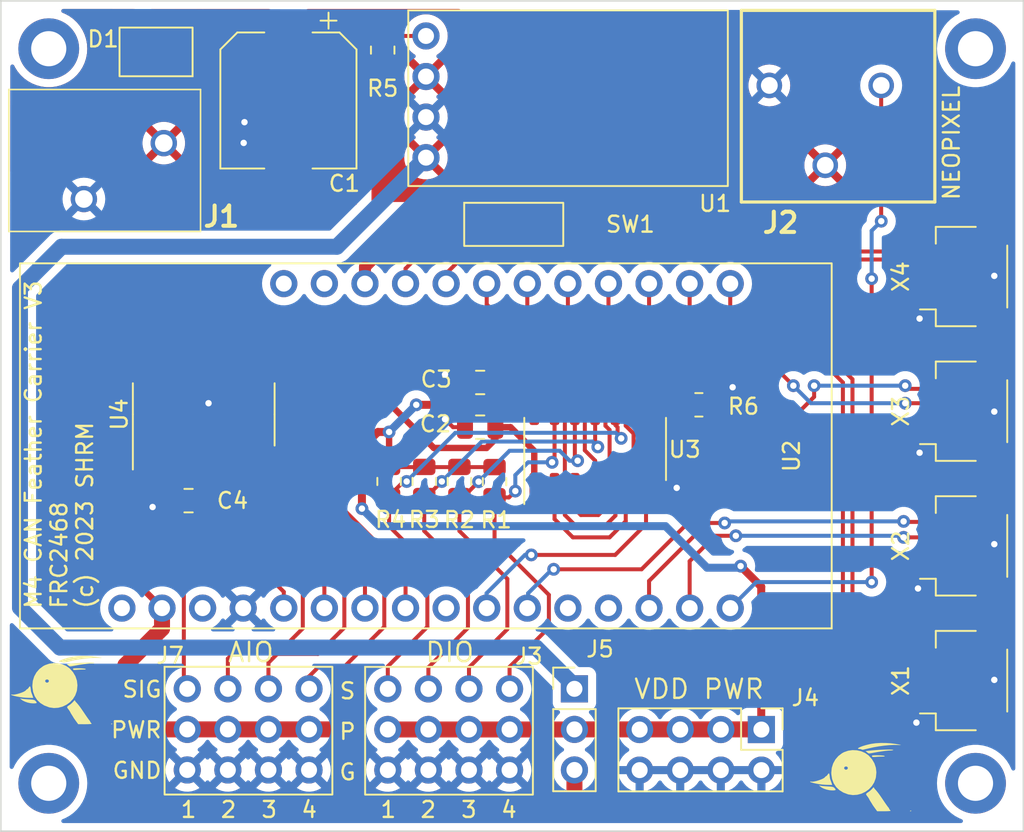
<source format=kicad_pcb>
(kicad_pcb (version 20211014) (generator pcbnew)
  (layers (0 "F.Cu" signal) (31 "B.Cu" signal) (34 "B.Paste" user) (35 "F.Paste" user) (36 "B.SilkS" user "B.Silkscreen") (37 "F.SilkS" user "F.Silkscreen") (38 "B.Mask" user) (39 "F.Mask" user) (44 "Edge.Cuts" user))
  (net 0 "")
  (net 1 "+12V")
  (net 2 "GND")
  (net 3 "+3.3V")
  (net 4 "VDD")
  (net 5 "+BATT")
  (net 10 "/NEOPIXEL")
  (net 11 "+5V")
  (net 12 "Net-(J3-Pad1)")
  (net 13 "Net-(J3-Pad4)")
  (net 14 "Net-(J3-Pad7)")
  (net 15 "Net-(J3-Pad10)")
  (net 16 "Net-(J7-Pad1)")
  (net 17 "Net-(J7-Pad4)")
  (net 18 "Net-(J7-Pad7)")
  (net 19 "Net-(J7-Pad10)")
  (net 20 "Net-(R5-Pad2)")
  (net 21 "/LS_OE")
  (net 22 "Net-(SW1-Pad1)")
  (net 25 "/A0")
  (net 26 "/A1")
  (net 27 "/A2")
  (net 28 "/A3")
  (net 30 "/SCL_2")
  (net 33 "/SCL_1")
  (net 34 "/SDA_1")
  (net 35 "/SDA")
  (net 36 "/SCL")
  (net 37 "/SDA_2")
  (net 38 "/DIO0")
  (net 39 "/DIO1")
  (net 40 "/DIO2")
  (net 41 "/DIO3")
  (net 42 "/SDA_3")
  (net 43 "/SCL_3")
  (footprint "Appreciate:Feather_M4_CAN_Express" (layer "F.Cu") (at 172.5 111.5 90)
    (fp_text reference "U2")
    (fp_text value "Feather_M4_CAN_Express" hide)
  )
  (footprint "Appreciate:SPST-KJ01" (layer "F.Cu") (at 152.6 86.2)
    (fp_text reference "SW1")
    (fp_text value "SW_SPST" hide)
  )
  (footprint "Appreciate:250202" (layer "F.Cu") (at 125.7 84.613 90)
    (fp_text reference "J1")
    (fp_text value "250-202" hide)
  )
  (footprint "Capacitor_SMD:C_0805_2012Metric" (layer "F.Cu") (at 150.5 98.9 180)
    (fp_text reference "C2")
    (fp_text value "0.1U" hide)
  )
  (footprint "Appreciate:conn_04x03" (layer "F.Cu") (at 137.25 122.905)
    (fp_text reference "J7")
    (fp_text value "conn_04_03" hide)
  )
  (footprint "Connector_JST:JST_SH_SM04B-SRSS-TB_1x04-1MP_P1.00mm_Horizontal" (layer "F.Cu") (at 180.8 89.466667 90)
    (fp_text reference "X4")
    (fp_text value "STEMMA_I2C_QT" hide)
  )
  (footprint "Capacitor_SMD:C_0805_2012Metric" (layer "F.Cu") (at 150.5 96.1 180)
    (fp_text reference "C3")
    (fp_text value "0.1U" hide)
  )
  (footprint "Capacitor_SMD:CP_Elec_8x10" (layer "F.Cu") (at 138.5 78.4425 -90)
    (fp_text reference "C1")
    (fp_text value "10u" hide)
  )
  (footprint "Connector_JST:JST_SH_SM04B-SRSS-TB_1x04-1MP_P1.00mm_Horizontal" (layer "F.Cu") (at 180.8 106.333333 90)
    (fp_text reference "X2")
    (fp_text value "STEMMA_I2C_QT" hide)
  )
  (footprint "Resistor_SMD:R_0805_2012Metric" (layer "F.Cu") (at 164.1875 97.5)
    (fp_text reference "R6")
    (fp_text value "5K" hide)
  )
  (footprint "Appreciate:250-203_1" (layer "F.Cu") (at 172.096 82.5 180)
    (fp_text reference "J2")
    (fp_text value "250-203" hide)
  )
  (footprint "Capacitor_SMD:C_0805_2012Metric" (layer "F.Cu") (at 132.25 103.5 180)
    (fp_text reference "C4")
    (fp_text value "0.1U" hide)
  )
  (footprint "MountingHole:MountingHole_2.2mm_M2_DIN965_Pad" (layer "F.Cu") (at 181.5 75.2 90)
    (fp_text reference "H3" hide)
    (fp_text value "MountingHole_Pad" hide)
  )
  (footprint "Package_SO:SOIC-14_3.9x8.7mm_P1.27mm" (layer "F.Cu") (at 157.695 100.265 90)
    (fp_text reference "U3")
    (fp_text value "TXB0104D" hide)
  )
  (footprint "Appreciate:Weewooday-820" (layer "F.Cu") (at 152.19 78.212)
    (fp_text reference "U1")
    (fp_text value "Weewooday-820" hide)
  )
  (footprint "MountingHole:MountingHole_2.2mm_M2_DIN965_Pad" (layer "F.Cu") (at 123.5 121.2 90)
    (fp_text reference "H1" hide)
    (fp_text value "MountingHole_Pad" hide)
  )
  (footprint "Resistor_SMD:R_0805_2012Metric" (layer "F.Cu") (at 149.2 102.3 -90)
    (fp_text reference "R2")
    (fp_text value "5K" hide)
  )
  (footprint "Connector_PinHeader_2.54mm:PinHeader_2x04_P2.54mm_Vertical" (layer "F.Cu") (at 168.1 117.835 -90)
    (fp_text reference "J4")
    (fp_text value "Conn_02x04_Odd_Even" hide)
  )
  (footprint "Resistor_SMD:R_0805_2012Metric" (layer "F.Cu") (at 151.4 102.3125 -90)
    (fp_text reference "R1")
    (fp_text value "5K" hide)
  )
  (footprint "MountingHole:MountingHole_2.2mm_M2_DIN965_Pad" (layer "F.Cu") (at 181.5 121.2 90)
    (fp_text reference "H2" hide)
    (fp_text value "MountingHole_Pad" hide)
  )
  (footprint "Resistor_SMD:R_0805_2012Metric" (layer "F.Cu") (at 144.4 75.2875 90)
    (fp_text reference "R5")
    (fp_text value "5K" hide)
  )
  (footprint "Package_SO:SOIC-14_3.9x8.7mm_P1.27mm" (layer "F.Cu") (at 133.2 98.1 90)
    (fp_text reference "U4")
    (fp_text value "LM324" hide)
  )
  (footprint "Connector_PinHeader_2.54mm:PinHeader_1x03_P2.54mm_Vertical" (layer "F.Cu") (at 156.4 115.285)
    (fp_text reference "J5")
    (fp_text value "Conn_01x03" hide)
  )
  (footprint "Resistor_SMD:R_0805_2012Metric" (layer "F.Cu") (at 147 102.3 -90)
    (fp_text reference "R3")
    (fp_text value "5K" hide)
  )
  (footprint "Connector_JST:JST_SH_SM04B-SRSS-TB_1x04-1MP_P1.00mm_Horizontal" (layer "F.Cu") (at 180.8 114.766667 90)
    (fp_text reference "X1")
    (fp_text value "STEMMA_I2C_QT" hide)
  )
  (footprint "LOGO" (layer "F.Cu") (at 124.25 115.25)
    (fp_text reference "G***" hide)
    (fp_text value "LOGO" hide)
  )
  (footprint "Resistor_SMD:R_0805_2012Metric" (layer "F.Cu") (at 144.8 102.3 -90)
    (fp_text reference "R4")
    (fp_text value "5K" hide)
  )
  (footprint "Appreciate:DO-216" (layer "F.Cu") (at 129.2 75.4 180)
    (fp_text reference "D1")
    (fp_text value "UPR20e3" hide)
  )
  (footprint "Appreciate:conn_04x03" (layer "F.Cu") (at 149.8 122.91)
    (fp_text reference "J3")
    (fp_text value "conn_04_03" hide)
  )
  (footprint "Connector_JST:JST_SH_SM04B-SRSS-TB_1x04-1MP_P1.00mm_Horizontal" (layer "F.Cu") (at 180.8 97.9 90)
    (fp_text reference "X3")
    (fp_text value "STEMMA_I2C_QT" hide)
  )
  (footprint "MountingHole:MountingHole_2.2mm_M2_DIN965_Pad" (layer "F.Cu") (at 123.5 75.2 90)
    (fp_text reference "H4" hide)
    (fp_text value "MountingHole_Pad" hide)
  )
  (footprint "LOGO" (layer "F.Cu") (at 174.25 120.7)
    (fp_text reference "G***" hide)
    (fp_text value "LOGO" hide)
  )
  (gr_rect (start 184.5 124.2) (end 120.5 72.2) (layer "Edge.Cuts") (width 0.1) (fill none))
  (gr_text "SIG" (at 130.65 115.32) (layer "F.SilkS") (effects (font (size 1 1)) (justify right)))
  (gr_text "1" (at 144.75 122.85) (layer "F.SilkS") (effects (font (size 1 1))))
  (gr_text "2" (at 147.25 122.85) (layer "F.SilkS") (effects (font (size 1 1))))
  (gr_text "4" (at 152.3 122.85) (layer "F.SilkS") (effects (font (size 1 1))))
  (gr_text "NEOPIXEL" (at 180 81.1 90) (layer "F.SilkS") (effects (font (size 1 1))))
  (gr_text "PWR" (at 130.65 117.86) (layer "F.SilkS") (effects (font (size 1 1)) (justify right)))
  (gr_text "3" (at 137.3 122.85) (layer "F.SilkS") (effects (font (size 1 1))))
  (gr_text "AIO" (at 136.15 113) (layer "F.SilkS") (effects (font (size 1.2 1.2))))
  (gr_text "3" (at 149.8 122.85) (layer "F.SilkS") (effects (font (size 1 1))))
  (gr_text "1" (at 132.25 122.85) (layer "F.SilkS") (effects (font (size 1 1))))
  (gr_text "VDD PWR" (at 164.2 115.3) (layer "F.SilkS") (effects (font (size 1.2 1.2))))
  (gr_text "4" (at 139.8 122.85) (layer "F.SilkS") (effects (font (size 1 1))))
  (gr_text "M4 CAN Feather Carrier V3\nFRC2468\n(c) 2023 SHRM\n" (at 124.15 110.35 90) (layer "F.SilkS") (effects (font (size 1 1)) (justify left)))
  (gr_text "G" (at 142.2 120.5) (layer "F.SilkS") (effects (font (size 1 1))))
  (gr_text "2" (at 134.75 122.85) (layer "F.SilkS") (effects (font (size 1 1))))
  (gr_text "P" (at 142.2 117.96) (layer "F.SilkS") (effects (font (size 1 1))))
  (gr_text "GND" (at 130.65 120.4) (layer "F.SilkS") (effects (font (size 1 1)) (justify right)))
  (gr_text "DIO" (at 148.6 113) (layer "F.SilkS") (effects (font (size 1.2 1.2))))
  (gr_text "S" (at 142.2 115.42) (layer "F.SilkS") (effects (font (size 1 1))))
  (segment (start 138.5 81.6925) (end 138.5 81.4) (width 0.5) (layer "F.Cu") (net 2))
  (segment (start 182.675 95.1) (end 182.675 97.925) (width 0.25) (layer "F.Cu") (net 2))
  (segment (start 165.1 97.5) (end 165.2 97.5) (width 0.25) (layer "F.Cu") (net 2))
  (segment (start 133.2 95.625) (end 133.2 97.1) (width 0.25) (layer "F.Cu") (net 2))
  (segment (start 165.2 97.5) (end 166.3 96.4) (width 0.25) (layer "F.Cu") (net 2))
  (segment (start 149.55 96.1) (end 148.8 96.1) (width 0.25) (layer "F.Cu") (net 2))
  (segment (start 133.2 97.1) (end 133.5 97.4) (width 0.25) (layer "F.Cu") (net 2))
  (segment (start 178 91.6) (end 178.633333 90.966667) (width 0.25) (layer "F.Cu") (net 2))
  (segment (start 182.675 114.725) (end 182.675 117.566667) (width 0.25) (layer "F.Cu") (net 2))
  (segment (start 182.675 111.966667) (end 182.675 114.725) (width 0.25) (layer "F.Cu") (net 2))
  (segment (start 161.505 102.74) (end 162.76 102.74) (width 0.25) (layer "F.Cu") (net 2))
  (segment (start 178.433333 116.266667) (end 177.8 116.9) (width 0.25) (layer "F.Cu") (net 2))
  (segment (start 162.76 102.74) (end 162.8 102.7) (width 0.25) (layer "F.Cu") (net 2))
  (segment (start 131.3 103.5) (end 130.4 103.5) (width 0.25) (layer "F.Cu") (net 2))
  (segment (start 148.8 98.9) (end 148.3 98.4) (width 0.25) (layer "F.Cu") (net 2))
  (segment (start 178.5 99.4) (end 178 99.9) (width 0.25) (layer "F.Cu") (net 2))
  (segment (start 178 99.9) (end 178 100.5) (width 0.25) (layer "F.Cu") (net 2))
  (segment (start 178.8 99.4) (end 178.5 99.4) (width 0.25) (layer "F.Cu") (net 2))
  (segment (start 178.8 90.966667) (end 178.633333 90.966667) (width 0.25) (layer "F.Cu") (net 2))
  (segment (start 148.8 96.1) (end 148.3 95.6) (width 0.25) (layer "F.Cu") (net 2))
  (segment (start 138.5 81.4) (end 136.9 79.8) (width 0.5) (layer "F.Cu") (net 2))
  (segment (start 149.55 98.9) (end 148.8 98.9) (width 0.25) (layer "F.Cu") (net 2))
  (segment (start 178.8 116.266667) (end 178.433333 116.266667) (width 0.25) (layer "F.Cu") (net 2))
  (segment (start 177.9 108.4) (end 177.9 109) (width 0.25) (layer "F.Cu") (net 2))
  (segment (start 182.675 106.225) (end 182.675 109.133333) (width 0.25) (layer "F.Cu") (net 2))
  (segment (start 182.675 89.425) (end 182.675 92.266667) (width 0.25) (layer "F.Cu") (net 2))
  (segment (start 177.8 116.9) (end 177.8 117.4) (width 0.25) (layer "F.Cu") (net 2))
  (segment (start 130.4 103.5) (end 130 103.9) (width 0.25) (layer "F.Cu") (net 2))
  (segment (start 177.9 108.4) (end 178.466667 107.833333) (width 0.25) (layer "F.Cu") (net 2))
  (segment (start 182.675 103.533333) (end 182.675 106.225) (width 0.25) (layer "F.Cu") (net 2))
  (segment (start 182.675 97.925) (end 182.675 100.7) (width 0.25) (layer "F.Cu") (net 2))
  (segment (start 178.8 107.833333) (end 178.466667 107.833333) (width 0.25) (layer "F.Cu") (net 2))
  (segment (start 138.5 81.6925) (end 136.2925 81.6925) (width 0.5) (layer "F.Cu") (net 2))
  (segment (start 182.675 86.666667) (end 182.675 89.425) (width 0.25) (layer "F.Cu") (net 2))
  (segment (start 136.2925 81.6925) (end 135.7 81.1) (width 0.5) (layer "F.Cu") (net 2))
  (segment (start 178 91.6) (end 178 92.1) (width 0.25) (layer "F.Cu") (net 2))
  (segment (start 136.9 79.8) (end 135.75 79.8) (width 0.5) (layer "F.Cu") (net 2))
  (via (at 177.9 109) (size 0.8) (drill 0.4) (layers "F.Cu" "B.Cu") (net 2))
  (via (at 166.3 96.4) (size 0.8) (drill 0.4) (layers "F.Cu" "B.Cu") (net 2))
  (via (at 162.8 102.7) (size 0.8) (drill 0.4) (layers "F.Cu" "B.Cu") (net 2))
  (via (at 178 92.1) (size 0.8) (drill 0.4) (layers "F.Cu" "B.Cu") (net 2))
  (via (at 135.75 79.8) (size 0.8) (drill 0.4) (layers "F.Cu" "B.Cu") (net 2))
  (via (at 182.675 114.725) (size 0.8) (drill 0.4) (layers "F.Cu" "B.Cu") (net 2))
  (via (at 148.3 98.4) (size 0.8) (drill 0.4) (layers "F.Cu" "B.Cu") (net 2))
  (via (at 130 103.9) (size 0.8) (drill 0.4) (layers "F.Cu" "B.Cu") (net 2))
  (via (at 178 100.5) (size 0.8) (drill 0.4) (layers "F.Cu" "B.Cu") (net 2))
  (via (at 177.8 117.4) (size 0.8) (drill 0.4) (layers "F.Cu" "B.Cu") (net 2))
  (via (at 135.7 81.1) (size 0.8) (drill 0.4) (layers "F.Cu" "B.Cu") (net 2))
  (via (at 133.5 97.4) (size 0.8) (drill 0.4) (layers "F.Cu" "B.Cu") (net 2))
  (via (at 182.675 89.425) (size 0.8) (drill 0.4) (layers "F.Cu" "B.Cu") (net 2))
  (via (at 182.675 106.225) (size 0.8) (drill 0.4) (layers "F.Cu" "B.Cu") (net 2))
  (via (at 148.3 95.6) (size 0.8) (drill 0.4) (layers "F.Cu" "B.Cu") (net 2))
  (via (at 182.675 97.925) (size 0.8) (drill 0.4) (layers "F.Cu" "B.Cu") (net 2))
  (segment (start 143.3 123) (end 142.4 122.1) (width 1) (layer "F.Cu") (net 3))
  (segment (start 130.59 111.51) (end 128.3 113.8) (width 1) (layer "F.Cu") (net 3))
  (segment (start 178.8 106.833333) (end 180.633333 106.833333) (width 0.4) (layer "F.Cu") (net 3))
  (segment (start 142.4 118.6) (end 141.625 117.825) (width 1) (layer "F.Cu") (net 3))
  (segment (start 133.2 100.575) (end 133.2 103.5) (width 0.4) (layer "F.Cu") (net 3))
  (segment (start 127.6 94.4) (end 130 92) (width 0.4) (layer "F.Cu") (net 3))
  (segment (start 180.766667 115.266667) (end 180.8 115.3) (width 0.25) (layer "F.Cu") (net 3))
  (segment (start 178.8 98.4) (end 180.8 98.4) (width 0.4) (layer "F.Cu") (net 3))
  (segment (start 156.4 120.365) (end 156.4 122.2) (width 1) (layer "F.Cu") (net 3))
  (segment (start 128.6 98.5) (end 127.6 99.5) (width 0.4) (layer "F.Cu") (net 3))
  (segment (start 133.2 99.1) (end 132.6 98.5) (width 0.4) (layer "F.Cu") (net 3))
  (segment (start 180.8 98.4) (end 180.8 107) (width 1) (layer "F.Cu") (net 3))
  (segment (start 133.2 100.575) (end 133.2 99.1) (width 0.4) (layer "F.Cu") (net 3))
  (segment (start 155.6 123) (end 157.4 123) (width 1) (layer "F.Cu") (net 3))
  (segment (start 130.59 110.23) (end 130.59 111.51) (width 1) (layer "F.Cu") (net 3))
  (segment (start 180.8 90.5) (end 180.8 98.4) (width 1) (layer "F.Cu") (net 3))
  (segment (start 151.45 98.9) (end 152.4 98.9) (width 0.4) (layer "F.Cu") (net 3))
  (segment (start 180.8 115.3) (end 180.8 116.7) (width 1) (layer "F.Cu") (net 3))
  (segment (start 127.6 99.5) (end 127.6 94.4) (width 0.4) (layer "F.Cu") (net 3))
  (segment (start 132.17 117.825) (end 139.79 117.825) (width 1) (layer "F.Cu") (net 3))
  (segment (start 180.8 116.7) (end 174.5 123) (width 1) (layer "F.Cu") (net 3))
  (segment (start 178.8 115.266667) (end 180.766667 115.266667) (width 0.4) (layer "F.Cu") (net 3))
  (segment (start 147.6 100.2) (end 150.9 100.2) (width 0.4) (layer "F.Cu") (net 3))
  (segment (start 180.266667 89.966667) (end 180.8 90.5) (width 0.4) (layer "F.Cu") (net 3))
  (segment (start 155.6 123) (end 143.3 123) (width 1) (layer "F.Cu") (net 3))
  (segment (start 152.4 98.9) (end 153.885 100.385) (width 0.4) (layer "F.Cu") (net 3))
  (segment (start 127.6 107.24) (end 130.59 110.23) (width 0.4) (layer "F.Cu") (net 3))
  (segment (start 127.6 99.5) (end 127.6 107.24) (width 0.4) (layer "F.Cu") (net 3))
  (segment (start 132.6 98.5) (end 128.6 98.5) (width 0.4) (layer "F.Cu") (net 3))
  (segment (start 141.625 117.825) (end 139.79 117.825) (width 1) (layer "F.Cu") (net 3))
  (segment (start 180.8 107) (end 180.8 115.3) (width 1) (layer "F.Cu") (net 3))
  (segment (start 129.925 117.825) (end 132.17 117.825) (width 1) (layer "F.Cu") (net 3))
  (segment (start 157.4 123) (end 156.6 122.2) (width 1) (layer "F.Cu") (net 3))
  (segment (start 174.5 123) (end 157.4 123) (width 1) (layer "F.Cu") (net 3))
  (segment (start 142.4 122.1) (end 142.4 118.6) (width 1) (layer "F.Cu") (net 3))
  (segment (start 151.45 99.65) (end 151.45 98.9) (width 0.4) (layer "F.Cu") (net 3))
  (segment (start 150.9 100.2) (end 151.45 99.65) (width 0.4) (layer "F.Cu") (net 3))
  (segment (start 128.3 116.2) (end 129.925 117.825) (width 1) (layer "F.Cu") (net 3))
  (segment (start 128.3 113.8) (end 128.3 116.2) (width 1) (layer "F.Cu") (net 3))
  (segment (start 130 92) (end 139.4 92) (width 0.4) (layer "F.Cu") (net 3))
  (segment (start 180.633333 106.833333) (end 180.8 107) (width 0.25) (layer "F.Cu") (net 3))
  (segment (start 153.885 100.385) (end 153.885 102.74) (width 0.4) (layer "F.Cu") (net 3))
  (segment (start 139.4 92) (end 147.6 100.2) (width 0.4) (layer "F.Cu") (net 3))
  (segment (start 156.4 122.2) (end 155.6 123) (width 1) (layer "F.Cu") (net 3))
  (segment (start 178.8 89.966667) (end 180.266667 89.966667) (width 0.4) (layer "F.Cu") (net 3))
  (segment (start 156.6 122.2) (end 156.4 122.2) (width 1) (layer "F.Cu") (net 3))
  (segment (start 153.6 96.1) (end 153.9 96.4) (width 0.4) (layer "F.Cu") (net 4))
  (segment (start 143.1 103.8) (end 143.1 104) (width 0.4) (layer "F.Cu") (net 4))
  (segment (start 151.45 96.1) (end 151.45 97.15) (width 0.5) (layer "F.Cu") (net 4))
  (segment (start 143.1 100.2) (end 143.1 103.8) (width 0.5) (layer "F.Cu") (net 4))
  (segment (start 144.72 117.83) (end 156.395 117.83) (width 1) (layer "F.Cu") (net 4))
  (segment (start 144.1 99.2) (end 144.8 99.2) (width 0.5) (layer "F.Cu") (net 4))
  (segment (start 166.8 107.6) (end 168.09 108.89) (width 0.5) (layer "F.Cu") (net 4))
  (segment (start 151.45 96.1) (end 153.6 96.1) (width 0.4) (layer "F.Cu") (net 4))
  (segment (start 144.8125 101.4) (end 144.8 101.3875) (width 0.25) (layer "F.Cu") (net 4))
  (segment (start 151.4 101.4) (end 144.8125 101.4) (width 0.25) (layer "F.Cu") (net 4))
  (segment (start 156.395 117.83) (end 156.4 117.825) (width 0.25) (layer "F.Cu") (net 4))
  (segment (start 144.8 99.2) (end 144.8 101.3875) (width 0.4) (layer "F.Cu") (net 4))
  (segment (start 151.1 97.5) (end 146.5 97.5) (width 0.5) (layer "F.Cu") (net 4))
  (segment (start 153.9 96.4) (end 153.9 97.775) (width 0.4) (layer "F.Cu") (net 4))
  (segment (start 168.09 117.825) (end 168.1 117.835) (width 0.25) (layer "F.Cu") (net 4))
  (segment (start 156.4 117.825) (end 168.09 117.825) (width 1) (layer "F.Cu") (net 4))
  (segment (start 144.1 99.2) (end 143.1 100.2) (width 0.5) (layer "F.Cu") (net 4))
  (segment (start 168.09 108.89) (end 168.09 117.825) (width 0.5) (layer "F.Cu") (net 4))
  (segment (start 153.9 97.775) (end 153.885 97.79) (width 0.25) (layer "F.Cu") (net 4))
  (segment (start 151.45 97.15) (end 151.1 97.5) (width 0.5) (layer "F.Cu") (net 4))
  (via (at 146.5 97.5) (size 0.8) (drill 0.4) (layers "F.Cu" "B.Cu") (net 4))
  (via (at 166.8 107.6) (size 0.8) (drill 0.4) (layers "F.Cu" "B.Cu") (net 4))
  (via (at 143.1 104) (size 0.8) (drill 0.4) (layers "F.Cu" "B.Cu") (net 4))
  (via (at 144.8 99.2) (size 0.8) (drill 0.4) (layers "F.Cu" "B.Cu") (net 4))
  (segment (start 162.1 105.1) (end 164.7 107.7) (width 0.5) (layer "B.Cu") (net 4))
  (segment (start 144.2 105.1) (end 162.1 105.1) (width 0.5) (layer "B.Cu") (net 4))
  (segment (start 144.8 99.2) (end 146.5 97.5) (width 0.5) (layer "B.Cu") (net 4))
  (segment (start 143.1 104) (end 144.2 105.1) (width 0.5) (layer "B.Cu") (net 4))
  (segment (start 166.7 107.7) (end 166.8 107.6) (width 0.4) (layer "B.Cu") (net 4))
  (segment (start 164.7 107.7) (end 166.7 107.7) (width 0.5) (layer "B.Cu") (net 4))
  (segment (start 175 108.6) (end 175 89.6) (width 0.25) (layer "F.Cu") (net 10))
  (segment (start 175.6 86) (end 175.596 85.996) (width 0.25) (layer "F.Cu") (net 10))
  (segment (start 175.596 85.996) (end 175.596 77.5) (width 0.25) (layer "F.Cu") (net 10))
  (via (at 175 108.6) (size 0.8) (drill 0.4) (layers "F.Cu" "B.Cu") (net 10))
  (via (at 175.6 86) (size 0.8) (drill 0.4) (layers "F.Cu" "B.Cu") (net 10))
  (via (at 175 89.6) (size 0.8) (drill 0.4) (layers "F.Cu" "B.Cu") (net 10))
  (segment (start 167.78 108.6) (end 174.9 108.6) (width 0.25) (layer "B.Cu") (net 10))
  (segment (start 174.9 108.6) (end 175 108.6) (width 0.25) (layer "B.Cu") (net 10))
  (segment (start 175 86.6) (end 175.6 86) (width 0.25) (layer "B.Cu") (net 10))
  (segment (start 166.15 110.23) (end 167.78 108.6) (width 0.25) (layer "B.Cu") (net 10))
  (segment (start 175 89.6) (end 175 86.6) (width 0.25) (layer "B.Cu") (net 10))
  (segment (start 141.532 87.6) (end 147.11 82.022) (width 1) (layer "B.Cu") (net 11))
  (segment (start 124.2 112.7) (end 121.7 110.2) (width 1) (layer "B.Cu") (net 11))
  (segment (start 156.4 115.285) (end 156.4 115.1) (width 1) (layer "B.Cu") (net 11))
  (segment (start 121.7 90.2) (end 124.3 87.6) (width 1) (layer "B.Cu") (net 11))
  (segment (start 156.4 115.1) (end 154 112.7) (width 1) (layer "B.Cu") (net 11))
  (segment (start 121.7 110.2) (end 121.7 90.2) (width 1) (layer "B.Cu") (net 11))
  (segment (start 124.3 87.6) (end 141.532 87.6) (width 1) (layer "B.Cu") (net 11))
  (segment (start 154 112.7) (end 124.2 112.7) (width 1) (layer "B.Cu") (net 11))
  (segment (start 159.1 98.9) (end 159.1 99.3755) (width 0.25) (layer "F.Cu") (net 12))
  (segment (start 147.195 107.495) (end 144.8 105.1) (width 0.25) (layer "F.Cu") (net 12))
  (segment (start 158.965 97.79) (end 158.965 98.765) (width 0.25) (layer "F.Cu") (net 12))
  (segment (start 158.965 98.765) (end 159.1 98.9) (width 0.25) (layer "F.Cu") (net 12))
  (segment (start 145.9 102.3) (end 145.7125 102.3) (width 0.25) (layer "F.Cu") (net 12))
  (segment (start 145.7125 102.3) (end 144.8 103.2125) (width 0.25) (layer "F.Cu") (net 12))
  (segment (start 159.1 99.3755) (end 159.3245 99.6) (width 0.25) (layer "F.Cu") (net 12))
  (segment (start 144.72 115.29) (end 144.72 113.88) (width 0.25) (layer "F.Cu") (net 12))
  (segment (start 144.72 113.88) (end 147.195 111.405) (width 0.25) (layer "F.Cu") (net 12))
  (segment (start 147.195 111.405) (end 147.195 107.495) (width 0.25) (layer "F.Cu") (net 12))
  (segment (start 144.8 105.1) (end 144.8 103.2125) (width 0.25) (layer "F.Cu") (net 12))
  (via (at 145.9 102.3) (size 0.8) (drill 0.4) (layers "F.Cu" "B.Cu") (net 12))
  (via (at 159.3245 99.6) (size 0.8) (drill 0.4) (layers "F.Cu" "B.Cu") (net 12))
  (segment (start 145.9 102.3) (end 148.95 99.25) (width 0.25) (layer "B.Cu") (net 12))
  (segment (start 148.95 99.25) (end 158.9745 99.25) (width 0.25) (layer "B.Cu") (net 12))
  (segment (start 158.9745 99.25) (end 159.3245 99.6) (width 0.25) (layer "B.Cu") (net 12))
  (segment (start 147 103.2125) (end 147.1875 103.2125) (width 0.25) (layer "F.Cu") (net 13))
  (segment (start 149.735 108.135) (end 149.735 111.465) (width 0.25) (layer "F.Cu") (net 13))
  (segment (start 147 103.2125) (end 147 105.4) (width 0.25) (layer "F.Cu") (net 13))
  (segment (start 157.695 99.970402) (end 157.862299 100.137701) (width 0.25) (layer "F.Cu") (net 13))
  (segment (start 157.695 97.79) (end 157.695 99.970402) (width 0.25) (layer "F.Cu") (net 13))
  (segment (start 147.1875 103.2125) (end 148.1 102.3) (width 0.25) (layer "F.Cu") (net 13))
  (segment (start 149.735 111.465) (end 147.26 113.94) (width 0.25) (layer "F.Cu") (net 13))
  (segment (start 147 105.4) (end 149.735 108.135) (width 0.25) (layer "F.Cu") (net 13))
  (segment (start 147.26 113.94) (end 147.26 115.29) (width 0.25) (layer "F.Cu") (net 13))
  (via (at 157.862299 100.137701) (size 0.8) (drill 0.4) (layers "F.Cu" "B.Cu") (net 13))
  (via (at 148.1 102.3) (size 0.8) (drill 0.4) (layers "F.Cu" "B.Cu") (net 13))
  (segment (start 157.524598 99.8) (end 150.6 99.8) (width 0.25) (layer "B.Cu") (net 13))
  (segment (start 150.6 99.8) (end 148.1 102.3) (width 0.25) (layer "B.Cu") (net 13))
  (segment (start 157.862299 100.137701) (end 157.524598 99.8) (width 0.25) (layer "B.Cu") (net 13))
  (segment (start 152.2 108.4) (end 152.2 111.55) (width 0.25) (layer "F.Cu") (net 14))
  (segment (start 152.2 111.55) (end 149.8 113.95) (width 0.25) (layer "F.Cu") (net 14))
  (segment (start 149.2 103.2125) (end 149.2 105.4) (width 0.25) (layer "F.Cu") (net 14))
  (segment (start 156.425 97.79) (end 156.425 100.825) (width 0.25) (layer "F.Cu") (net 14))
  (segment (start 149.503053 103.2125) (end 150.403053 102.3125) (width 0.25) (layer "F.Cu") (net 14))
  (segment (start 156.425 100.825) (end 156.6 101) (width 0.25) (layer "F.Cu") (net 14))
  (segment (start 149.2 105.4) (end 152.2 108.4) (width 0.25) (layer "F.Cu") (net 14))
  (segment (start 149.8 113.95) (end 149.8 115.29) (width 0.25) (layer "F.Cu") (net 14))
  (segment (start 156.6 101) (end 156.5245 101) (width 0.25) (layer "F.Cu") (net 14))
  (segment (start 149.2 103.2125) (end 149.503053 103.2125) (width 0.25) (layer "F.Cu") (net 14))
  (via (at 156.6 101) (size 0.8) (drill 0.4) (layers "F.Cu" "B.Cu") (net 14))
  (via (at 150.403053 102.3125) (size 0.8) (drill 0.4) (layers "F.Cu" "B.Cu") (net 14))
  (segment (start 155.475 100.375) (end 152.340553 100.375) (width 0.25) (layer "B.Cu") (net 14))
  (segment (start 152.340553 100.375) (end 150.403053 102.3125) (width 0.25) (layer "B.Cu") (net 14))
  (segment (start 156.1 101) (end 155.475 100.375) (width 0.25) (layer "B.Cu") (net 14))
  (segment (start 156.6 101) (end 156.1 101) (width 0.25) (layer "B.Cu") (net 14))
  (segment (start 152.34 113.91) (end 152.34 115.29) (width 0.25) (layer "F.Cu") (net 15))
  (segment (start 151.4 103.225) (end 151.4 106) (width 0.25) (layer "F.Cu") (net 15))
  (segment (start 154.8 109.4) (end 154.8 111.45) (width 0.25) (layer "F.Cu") (net 15))
  (segment (start 155.155 100.945) (end 155 101.1) (width 0.25) (layer "F.Cu") (net 15))
  (segment (start 152.7 102.9) (end 152.3 103.3) (width 0.25) (layer "F.Cu") (net 15))
  (segment (start 151.475 103.3) (end 151.4 103.225) (width 0.25) (layer "F.Cu") (net 15))
  (segment (start 152.3 103.3) (end 151.475 103.3) (width 0.25) (layer "F.Cu") (net 15))
  (segment (start 151.4 106) (end 154.8 109.4) (width 0.25) (layer "F.Cu") (net 15))
  (segment (start 155.155 97.79) (end 155.155 100.945) (width 0.25) (layer "F.Cu") (net 15))
  (segment (start 154.8 111.45) (end 152.34 113.91) (width 0.25) (layer "F.Cu") (net 15))
  (via (at 152.7 102.9) (size 0.8) (drill 0.4) (layers "F.Cu" "B.Cu") (net 15))
  (via (at 155 101.1) (size 0.8) (drill 0.4) (layers "F.Cu" "B.Cu") (net 15))
  (segment (start 153.5 101.1) (end 152.7 101.9) (width 0.25) (layer "B.Cu") (net 15))
  (segment (start 152.7 101.9) (end 152.7 102.9) (width 0.25) (layer "B.Cu") (net 15))
  (segment (start 155 101.1) (end 153.5 101.1) (width 0.25) (layer "B.Cu") (net 15))
  (segment (start 131.91 109.1) (end 131.9 109.1) (width 0.25) (layer "F.Cu") (net 16))
  (segment (start 131.955 109.145) (end 131.91 109.1) (width 0.25) (layer "F.Cu") (net 16))
  (segment (start 132.17 115.285) (end 131.955 115.07) (width 0.25) (layer "F.Cu") (net 16))
  (segment (start 131.93 101.17) (end 131.93 100.575) (width 0.25) (layer "F.Cu") (net 16))
  (segment (start 128.9 106.1) (end 128.9 103.1) (width 0.25) (layer "F.Cu") (net 16))
  (segment (start 128.9 103.1) (end 129.8 102.2) (width 0.25) (layer "F.Cu") (net 16))
  (segment (start 131.9 109.1) (end 128.9 106.1) (width 0.25) (layer "F.Cu") (net 16))
  (segment (start 129.8 102.2) (end 130.9 102.2) (width 0.25) (layer "F.Cu") (net 16))
  (segment (start 130.9 102.2) (end 131.93 101.17) (width 0.25) (layer "F.Cu") (net 16))
  (segment (start 131.955 115.07) (end 131.955 109.145) (width 0.25) (layer "F.Cu") (net 16))
  (segment (start 135.5 112.6) (end 134.71 113.39) (width 0.25) (layer "F.Cu") (net 17))
  (segment (start 139.4 109) (end 139.4 111.5) (width 0.25) (layer "F.Cu") (net 17))
  (segment (start 138.3 112.6) (end 135.5 112.6) (width 0.25) (layer "F.Cu") (net 17))
  (segment (start 134.71 113.39) (end 134.71 115.285) (width 0.25) (layer "F.Cu") (net 17))
  (segment (start 139.4 111.5) (end 138.3 112.6) (width 0.25) (layer "F.Cu") (net 17))
  (segment (start 134.47 100.575) (end 134.47 104.07) (width 0.25) (layer "F.Cu") (net 17))
  (segment (start 134.47 104.07) (end 139.4 109) (width 0.25) (layer "F.Cu") (net 17))
  (segment (start 138.2 104.6) (end 138.2 99) (width 0.25) (layer "F.Cu") (net 18))
  (segment (start 142 111.45) (end 142 108.4) (width 0.25) (layer "F.Cu") (net 18))
  (segment (start 138.2 99) (end 137.6 98.4) (width 0.25) (layer "F.Cu") (net 18))
  (segment (start 137.8 113.1) (end 140.35 113.1) (width 0.25) (layer "F.Cu") (net 18))
  (segment (start 135.9 98.4) (end 134.47 96.97) (width 0.25) (layer "F.Cu") (net 18))
  (segment (start 134.47 96.97) (end 134.47 95.625) (width 0.25) (layer "F.Cu") (net 18))
  (segment (start 137.25 113.65) (end 137.8 113.1) (width 0.25) (layer "F.Cu") (net 18))
  (segment (start 142 108.4) (end 138.2 104.6) (width 0.25) (layer "F.Cu") (net 18))
  (segment (start 137.6 98.4) (end 135.9 98.4) (width 0.25) (layer "F.Cu") (net 18))
  (segment (start 137.25 115.285) (end 137.25 113.65) (width 0.25) (layer "F.Cu") (net 18))
  (segment (start 140.35 113.1) (end 142 111.45) (width 0.25) (layer "F.Cu") (net 18))
  (segment (start 132.6 93.7) (end 131.93 94.37) (width 0.25) (layer "F.Cu") (net 19))
  (segment (start 138.3 93.7) (end 132.6 93.7) (width 0.25) (layer "F.Cu") (net 19))
  (segment (start 131.93 94.37) (end 131.93 95.625) (width 0.25) (layer "F.Cu") (net 19))
  (segment (start 142 113.9) (end 144.5 111.4) (width 0.25) (layer "F.Cu") (net 19))
  (segment (start 139.79 114.51) (end 140.4 113.9) (width 0.25) (layer "F.Cu") (net 19))
  (segment (start 139.79 115.285) (end 139.79 114.51) (width 0.25) (layer "F.Cu") (net 19))
  (segment (start 144.5 111.4) (end 144.5 107.9) (width 0.25) (layer "F.Cu") (net 19))
  (segment (start 140.4 113.9) (end 142 113.9) (width 0.25) (layer "F.Cu") (net 19))
  (segment (start 140 95.4) (end 138.3 93.7) (width 0.25) (layer "F.Cu") (net 19))
  (segment (start 144.5 107.9) (end 140 103.4) (width 0.25) (layer "F.Cu") (net 19))
  (segment (start 140 103.4) (end 140 95.4) (width 0.25) (layer "F.Cu") (net 19))
  (segment (start 144.427 74.402) (end 144.4 74.375) (width 0.25) (layer "F.Cu") (net 20))
  (segment (start 147.11 74.402) (end 144.427 74.402) (width 0.25) (layer "F.Cu") (net 20))
  (segment (start 160.88 100.32) (end 160.88 104.97) (width 0.25) (layer "F.Cu") (net 21))
  (segment (start 158.95 106.9) (end 153.7 106.9) (width 0.25) (layer "F.Cu") (net 21))
  (segment (start 161.505 97.79) (end 161.505 99.695) (width 0.25) (layer "F.Cu") (net 21))
  (segment (start 160.88 104.97) (end 158.95 106.9) (width 0.25) (layer "F.Cu") (net 21))
  (segment (start 161.505 99.695) (end 160.88 100.32) (width 0.25) (layer "F.Cu") (net 21))
  (segment (start 162.985 97.79) (end 163.275 97.5) (width 0.25) (layer "F.Cu") (net 21))
  (segment (start 161.505 97.79) (end 162.985 97.79) (width 0.25) (layer "F.Cu") (net 21))
  (via (at 153.7 106.9) (size 0.8) (drill 0.4) (layers "F.Cu" "B.Cu") (net 21))
  (segment (start 150.9 110.22) (end 150.91 110.23) (width 0.25) (layer "B.Cu") (net 21))
  (segment (start 153.7 106.9) (end 153.3 106.9) (width 0.25) (layer "B.Cu") (net 21))
  (segment (start 153.3 106.9) (end 150.9 109.3) (width 0.25) (layer "B.Cu") (net 21))
  (segment (start 150.9 109.3) (end 150.9 110.22) (width 0.25) (layer "B.Cu") (net 21))
  (segment (start 148.1 86.2) (end 145.95 86.2) (width 0.75) (layer "F.Cu") (net 22))
  (segment (start 145.95 86.2) (end 143.29 88.86) (width 0.75) (layer "F.Cu") (net 22))
  (segment (start 143.29 88.86) (end 143.29 89.91) (width 0.75) (layer "F.Cu") (net 22))
  (segment (start 130.66 99.64) (end 131.1 99.2) (width 0.25) (layer "F.Cu") (net 25))
  (segment (start 129.39 100.575) (end 130.66 100.575) (width 0.25) (layer "F.Cu") (net 25))
  (segment (start 132.3 99.2) (end 132.575 99.475) (width 0.25) (layer "F.Cu") (net 25))
  (segment (start 132.575 99.475) (end 132.575 101.875) (width 0.25) (layer "F.Cu") (net 25))
  (segment (start 132.3 102.15) (end 132.3 104.5) (width 0.25) (layer "F.Cu") (net 25))
  (segment (start 132.575 101.875) (end 132.3 102.15) (width 0.25) (layer "F.Cu") (net 25))
  (segment (start 138.21 109.21) (end 138.21 110.23) (width 0.25) (layer "F.Cu") (net 25))
  (segment (start 134.4 105.4) (end 138.21 109.21) (width 0.25) (layer "F.Cu") (net 25))
  (segment (start 133.2 105.4) (end 134.4 105.4) (width 0.25) (layer "F.Cu") (net 25))
  (segment (start 130.66 100.575) (end 130.66 99.64) (width 0.25) (layer "F.Cu") (net 25))
  (segment (start 132.3 104.5) (end 133.2 105.4) (width 0.25) (layer "F.Cu") (net 25))
  (segment (start 131.1 99.2) (end 132.3 99.2) (width 0.25) (layer "F.Cu") (net 25))
  (segment (start 135.74 100.575) (end 137.01 100.575) (width 0.25) (layer "F.Cu") (net 26))
  (segment (start 135.74 103.84) (end 135.74 100.575) (width 0.25) (layer "F.Cu") (net 26))
  (segment (start 140.75 108.85) (end 135.74 103.84) (width 0.25) (layer "F.Cu") (net 26))
  (segment (start 140.75 110.23) (end 140.75 108.85) (width 0.25) (layer "F.Cu") (net 26))
  (segment (start 143.29 110.23) (end 143.29 108.09) (width 0.25) (layer "F.Cu") (net 27))
  (segment (start 143.29 108.09) (end 139.1 103.9) (width 0.25) (layer "F.Cu") (net 27))
  (segment (start 139.1 103.9) (end 139.1 97.715) (width 0.25) (layer "F.Cu") (net 27))
  (segment (start 135.74 95.625) (end 137.01 95.625) (width 0.25) (layer "F.Cu") (net 27))
  (segment (start 139.1 97.715) (end 137.01 95.625) (width 0.25) (layer "F.Cu") (net 27))
  (segment (start 130.66 94.34) (end 132.1 92.9) (width 0.25) (layer "F.Cu") (net 28))
  (segment (start 130.66 95.625) (end 130.66 94.34) (width 0.25) (layer "F.Cu") (net 28))
  (segment (start 140.8 95) (end 140.8 102.9) (width 0.25) (layer "F.Cu") (net 28))
  (segment (start 145.83 107.93) (end 145.83 110.23) (width 0.25) (layer "F.Cu") (net 28))
  (segment (start 140.8 102.9) (end 145.83 107.93) (width 0.25) (layer "F.Cu") (net 28))
  (segment (start 132.1 92.9) (end 138.7 92.9) (width 0.25) (layer "F.Cu") (net 28))
  (segment (start 129.39 95.625) (end 130.66 95.625) (width 0.25) (layer "F.Cu") (net 28))
  (segment (start 138.7 92.9) (end 140.8 95) (width 0.25) (layer "F.Cu") (net 28))
  (segment (start 155.1 107.8) (end 160.6 107.8) (width 0.25) (layer "F.Cu") (net 30))
  (segment (start 177.1 96.3) (end 177.3 96.5) (width 0.25) (layer "F.Cu") (net 30))
  (segment (start 171.4 97) (end 171.4 96.3) (width 0.25) (layer "F.Cu") (net 30))
  (segment (start 177.3 96.5) (end 178.7 96.5) (width 0.25) (layer "F.Cu") (net 30))
  (segment (start 160.6 107.8) (end 171.4 97) (width 0.25) (layer "F.Cu") (net 30))
  (segment (start 178.7 96.5) (end 178.8 96.4) (width 0.25) (layer "F.Cu") (net 30))
  (via (at 155.1 107.8) (size 0.8) (drill 0.4) (layers "F.Cu" "B.Cu") (net 30))
  (via (at 177.1 96.3) (size 0.8) (drill 0.4) (layers "F.Cu" "B.Cu") (net 30))
  (via (at 171.4 96.3) (size 0.8) (drill 0.4) (layers "F.Cu" "B.Cu") (net 30))
  (segment (start 153.5 109.3) (end 155 107.8) (width 0.25) (layer "B.Cu") (net 30))
  (segment (start 171.4 96.3) (end 177.1 96.3) (width 0.25) (layer "B.Cu") (net 30))
  (segment (start 153.45 110.23) (end 153.5 110.18) (width 0.25) (layer "B.Cu") (net 30))
  (segment (start 153.5 110.18) (end 153.5 109.3) (width 0.25) (layer "B.Cu") (net 30))
  (segment (start 155 107.8) (end 155.1 107.8) (width 0.25) (layer "B.Cu") (net 30))
  (segment (start 164.7 104.9) (end 165.8 104.9) (width 0.25) (layer "F.Cu") (net 33))
  (segment (start 177.033333 104.833333) (end 177 104.8) (width 0.25) (layer "F.Cu") (net 33))
  (segment (start 161.07 110.23) (end 161.07 108.53) (width 0.25) (layer "F.Cu") (net 33))
  (segment (start 178.8 104.833333) (end 177.033333 104.833333) (width 0.25) (layer "F.Cu") (net 33))
  (segment (start 161.1 108.5) (end 164.7 104.9) (width 0.25) (layer "F.Cu") (net 33))
  (segment (start 161.07 108.53) (end 161.1 108.5) (width 0.25) (layer "F.Cu") (net 33))
  (via (at 177 104.8) (size 0.8) (drill 0.4) (layers "F.Cu" "B.Cu") (net 33))
  (via (at 165.8 104.9) (size 0.8) (drill 0.4) (layers "F.Cu" "B.Cu") (net 33))
  (segment (start 177 104.8) (end 165.9 104.8) (width 0.25) (layer "B.Cu") (net 33))
  (segment (start 165.9 104.8) (end 165.8 104.9) (width 0.25) (layer "B.Cu") (net 33))
  (segment (start 178.76617 105.799503) (end 178.8 105.833333) (width 0.25) (layer "F.Cu") (net 34))
  (segment (start 165.2 105.7) (end 166.5 105.7) (width 0.25) (layer "F.Cu") (net 34))
  (segment (start 177 105.799503) (end 178.76617 105.799503) (width 0.25) (layer "F.Cu") (net 34))
  (segment (start 163.61 107.29) (end 165.2 105.7) (width 0.25) (layer "F.Cu") (net 34))
  (segment (start 163.61 110.23) (end 163.61 107.29) (width 0.25) (layer "F.Cu") (net 34))
  (via (at 166.5 105.7) (size 0.8) (drill 0.4) (layers "F.Cu" "B.Cu") (net 34))
  (via (at 177 105.799503) (size 0.8) (drill 0.4) (layers "F.Cu" "B.Cu") (net 34))
  (segment (start 176.900497 105.7) (end 177 105.799503) (width 0.25) (layer "B.Cu") (net 34))
  (segment (start 166.5 105.7) (end 176.900497 105.7) (width 0.25) (layer "B.Cu") (net 34))
  (segment (start 179.633333 114.266667) (end 179.9 114) (width 0.25) (layer "F.Cu") (net 35))
  (segment (start 176.15 112) (end 173.8 109.65) (width 0.25) (layer "F.Cu") (net 35))
  (segment (start 166.15 92.05) (end 166.15 89.91) (width 0.25) (layer "F.Cu") (net 35))
  (segment (start 167.4 93.3) (end 166.15 92.05) (width 0.25) (layer "F.Cu") (net 35))
  (segment (start 179.9 112.7) (end 179.2 112) (width 0.25) (layer "F.Cu") (net 35))
  (segment (start 178.8 114.266667) (end 179.633333 114.266667) (width 0.25) (layer "F.Cu") (net 35))
  (segment (start 179.2 112) (end 176.15 112) (width 0.25) (layer "F.Cu") (net 35))
  (segment (start 173.8 95.9) (end 171.2 93.3) (width 0.25) (layer "F.Cu") (net 35))
  (segment (start 173.8 109.65) (end 173.8 95.9) (width 0.25) (layer "F.Cu") (net 35))
  (segment (start 171.2 93.3) (end 167.4 93.3) (width 0.25) (layer "F.Cu") (net 35))
  (segment (start 179.9 114) (end 179.9 112.7) (width 0.25) (layer "F.Cu") (net 35))
  (segment (start 176.566667 113.266667) (end 173.2 109.9) (width 0.25) (layer "F.Cu") (net 36))
  (segment (start 173.2 109.9) (end 173.2 96.1) (width 0.25) (layer "F.Cu") (net 36))
  (segment (start 173.2 96.1) (end 171 93.9) (width 0.25) (layer "F.Cu") (net 36))
  (segment (start 163.61 92.61) (end 163.61 89.91) (width 0.25) (layer "F.Cu") (net 36))
  (segment (start 171 93.9) (end 164.9 93.9) (width 0.25) (layer "F.Cu") (net 36))
  (segment (start 178.8 113.266667) (end 176.566667 113.266667) (width 0.25) (layer "F.Cu") (net 36))
  (segment (start 164.9 93.9) (end 163.61 92.61) (width 0.25) (layer "F.Cu") (net 36))
  (segment (start 168.9 95.1) (end 163.2 95.1) (width 0.25) (layer "F.Cu") (net 37))
  (segment (start 170.1 96.3) (end 168.9 95.1) (width 0.25) (layer "F.Cu") (net 37))
  (segment (start 163.2 95.1) (end 161.07 92.97) (width 0.25) (layer "F.Cu") (net 37))
  (segment (start 178.8 97.4) (end 177.1 97.4) (width 0.25) (layer "F.Cu") (net 37))
  (segment (start 161.07 92.97) (end 161.07 89.91) (width 0.25) (layer "F.Cu") (net 37))
  (via (at 170.1 96.3) (size 0.8) (drill 0.4) (layers "F.Cu" "B.Cu") (net 37))
  (via (at 177.1 97.4) (size 0.8) (drill 0.4) (layers "F.Cu" "B.Cu") (net 37))
  (segment (start 177.1 97.4) (end 171.2 97.4) (width 0.25) (layer "B.Cu") (net 37))
  (segment (start 171.2 97.4) (end 170.1 96.3) (width 0.25) (layer "B.Cu") (net 37))
  (segment (start 158.53 95.03) (end 159.61 96.11) (width 0.25) (layer "F.Cu") (net 38))
  (segment (start 159.61 104.79) (end 158.6 105.8) (width 0.25) (layer "F.Cu") (net 38))
  (segment (start 156.3 105.8) (end 155.155 104.655) (width 0.25) (layer "F.Cu") (net 38))
  (segment (start 160.1 101.228249) (end 159.61 101.718249) (width 0.25) (layer "F.Cu") (net 38))
  (segment (start 159.61 98.811751) (end 160.1 99.301751) (width 0.25) (layer "F.Cu") (net 38))
  (segment (start 159.61 101.718249) (end 159.61 104.79) (width 0.25) (layer "F.Cu") (net 38))
  (segment (start 160.1 99.301751) (end 160.1 101.228249) (width 0.25) (layer "F.Cu") (net 38))
  (segment (start 158.53 89.91) (end 158.53 95.03) (width 0.25) (layer "F.Cu") (net 38))
  (segment (start 158.6 105.8) (end 156.3 105.8) (width 0.25) (layer "F.Cu") (net 38))
  (segment (start 155.155 104.655) (end 155.155 102.74) (width 0.25) (layer "F.Cu") (net 38))
  (segment (start 159.61 96.11) (end 159.61 98.811751) (width 0.25) (layer "F.Cu") (net 38))
  (segment (start 158.6 99.071751) (end 158.6 101.458249) (width 0.25) (layer "F.Cu") (net 39))
  (segment (start 157.9 104.4) (end 156.8 104.4) (width 0.25) (layer "F.Cu") (net 39))
  (segment (start 156.8 104.4) (end 156.425 104.025) (width 0.25) (layer "F.Cu") (net 39))
  (segment (start 158.34 101.718249) (end 158.34 103.96) (width 0.25) (layer "F.Cu") (net 39))
  (segment (start 158.6 101.458249) (end 158.34 101.718249) (width 0.25) (layer "F.Cu") (net 39))
  (segment (start 158.34 103.96) (end 157.9 104.4) (width 0.25) (layer "F.Cu") (net 39))
  (segment (start 156.425 104.025) (end 156.425 102.74) (width 0.25) (layer "F.Cu") (net 39))
  (segment (start 158.34 96.14) (end 158.34 98.811751) (width 0.25) (layer "F.Cu") (net 39))
  (segment (start 155.99 89.91) (end 155.99 93.79) (width 0.25) (layer "F.Cu") (net 39))
  (segment (start 158.34 98.811751) (end 158.6 99.071751) (width 0.25) (layer "F.Cu") (net 39))
  (segment (start 155.99 93.79) (end 158.34 96.14) (width 0.25) (layer "F.Cu") (net 39))
  (segment (start 157.05 96.05) (end 157.05 100.35) (width 0.25) (layer "F.Cu") (net 40))
  (segment (start 157.05 100.35) (end 157.695 100.995) (width 0.25) (layer "F.Cu") (net 40))
  (segment (start 157.695 100.995) (end 157.695 102.74) (width 0.25) (layer "F.Cu") (net 40))
  (segment (start 153.45 92.45) (end 157.05 96.05) (width 0.25) (layer "F.Cu") (net 40))
  (segment (start 153.45 89.91) (end 153.45 92.45) (width 0.25) (layer "F.Cu") (net 40))
  (segment (start 155.8 104.4) (end 156.5 105.1) (width 0.25) (layer "F.Cu") (net 41))
  (segment (start 158.965 104.435) (end 158.965 102.74) (width 0.25) (layer "F.Cu") (net 41))
  (segment (start 156.5 105.1) (end 158.3 105.1) (width 0.25) (layer "F.Cu") (net 41))
  (segment (start 150.91 89.91) (end 150.91 91.21) (width 0.25) (layer "F.Cu") (net 41))
  (segment (start 155.8 96.1) (end 155.8 104.4) (width 0.25) (layer "F.Cu") (net 41))
  (segment (start 150.91 91.21) (end 155.8 96.1) (width 0.25) (layer "F.Cu") (net 41))
  (segment (start 158.3 105.1) (end 158.965 104.435) (width 0.25) (layer "F.Cu") (net 41))
  (segment (start 177 88.4) (end 149.25 88.4) (width 0.25) (layer "F.Cu") (net 42))
  (segment (start 178.8 88.966667) (end 177.566667 88.966667) (width 0.25) (layer "F.Cu") (net 42))
  (segment (start 148.37 89.28) (end 148.37 89.91) (width 0.25) (layer "F.Cu") (net 42))
  (segment (start 177.566667 88.966667) (end 177 88.4) (width 0.25) (layer "F.Cu") (net 42))
  (segment (start 149.25 88.4) (end 148.37 89.28) (width 0.25) (layer "F.Cu") (net 42))
  (segment (start 146.9 87.9) (end 145.83 88.97) (width 0.25) (layer "F.Cu") (net 43))
  (segment (start 178.733333 87.9) (end 146.9 87.9) (width 0.25) (layer "F.Cu") (net 43))
  (segment (start 178.8 87.966667) (end 178.733333 87.9) (width 0.25) (layer "F.Cu") (net 43))
  (segment (start 145.83 88.97) (end 145.83 89.91) (width 0.25) (layer "F.Cu") (net 43))
  (zone (net 1) (net_name "+12V") (layer "F.Cu") (connect_pads (clearance 0.508)) (min_thickness 0.254) (fill yes (thermal_gap 0.508) (thermal_bridge_width 0.508))
    (polygon (pts (xy 149.3 79.6) (xy 142.8 79.6) (xy 142.8 85) (xy 133.15 85) (xy 133.15 72.7) (xy 149.3 72.7)))
  )
  (zone (net 11) (net_name "+5V") (layer "F.Cu") (connect_pads (clearance 0.508)) (min_thickness 0.254) (fill yes (thermal_gap 0.508) (thermal_bridge_width 0.508))
    (polygon (pts (xy 174.15 84.8) (xy 143.7 84.8) (xy 143.7 80.5) (xy 150.2 80.5) (xy 150.2 72.8) (xy 174.15 72.8)))
  )
  (zone (net 11) (net_name "+5V") (layer "F.Cu") (connect_pads (clearance 0.508)) (min_thickness 0.254) (fill yes (thermal_gap 0.508) (thermal_bridge_width 0.508))
    (polygon (pts (xy 160.1 87) (xy 156 87) (xy 156 84.8) (xy 160.1 84.8)))
  )
  (zone (net 1) (net_name "+12V") (layer "F.Cu") (connect_pads (clearance 0.508)) (min_thickness 0.254) (fill yes (thermal_gap 0.508) (thermal_bridge_width 0.508))
    (polygon (pts (xy 133.15 77.8) (xy 129.8 77.8) (xy 129.8 72.7) (xy 133.15 72.7)))
  )
  (zone (net 5) (net_name "+BATT") (layer "F.Cu") (connect_pads (clearance 0.508)) (min_thickness 0.254) (fill yes (thermal_gap 0.508) (thermal_bridge_width 0.508))
    (polygon (pts (xy 132.5 83) (xy 129 83) (xy 129 79.3) (xy 132.5 79.3)))
  )
  (zone (net 5) (net_name "+BATT") (layer "F.Cu") (connect_pads (clearance 0.508)) (min_thickness 0.254) (fill yes (thermal_gap 0.508) (thermal_bridge_width 0.508))
    (polygon (pts (xy 129 83) (xy 121.1 83) (xy 121.1 72.7) (xy 129 72.7)))
  )
  (zone (net 2) (net_name "GND") (layer "B.Cu") (connect_pads (clearance 0.508)) (min_thickness 0.254) (fill yes (thermal_gap 0.508) (thermal_bridge_width 0.508))
    (polygon (pts (xy 184.1 123.7) (xy 121.05 123.7) (xy 121.1 72.7) (xy 184.1 72.8)))
  )
)
</source>
